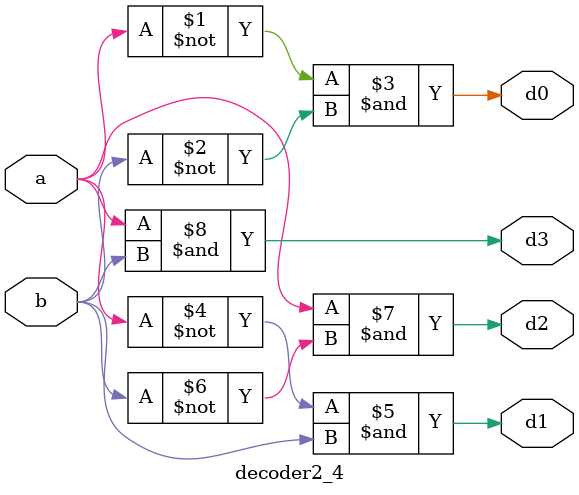
<source format=v>
module decoder2_4(input a,b, output d0,d1,d2,d3);
    assign d0=(~a)&(~b);
    assign d1=(~a)&(b);
    assign d2=(a)&(~b);
    assign d3=a&b;
endmodule
</source>
